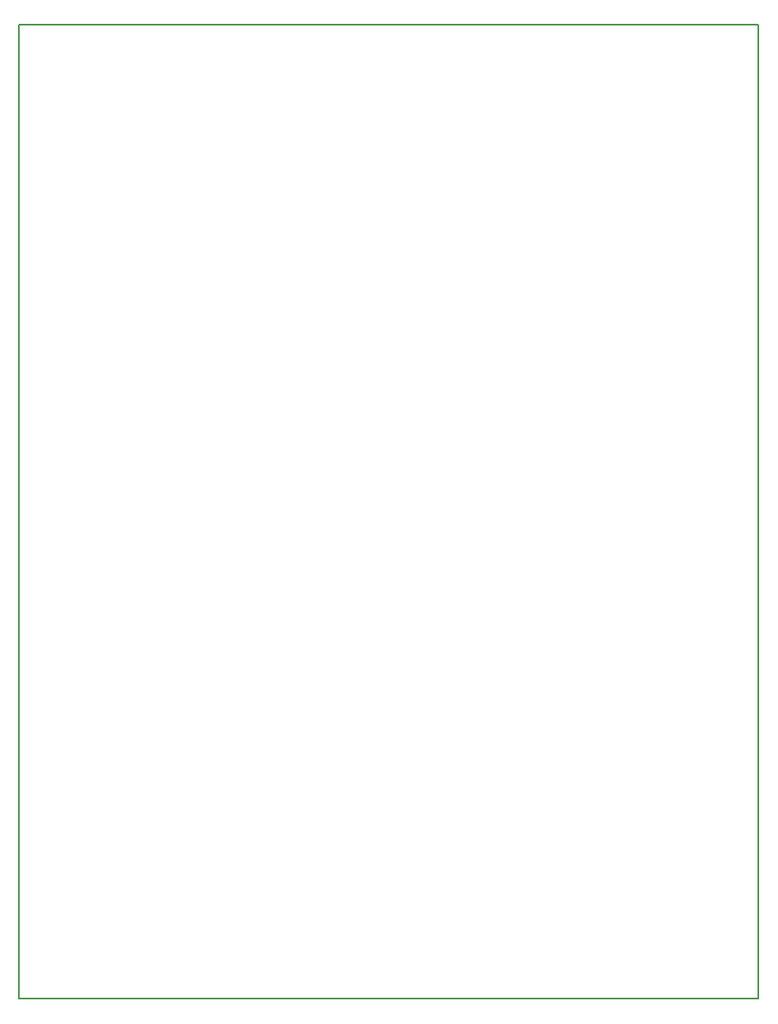
<source format=gm1>
G04 #@! TF.FileFunction,Profile,NP*
%FSLAX46Y46*%
G04 Gerber Fmt 4.6, Leading zero omitted, Abs format (unit mm)*
G04 Created by KiCad (PCBNEW 4.0.7) date Monday 30 April 2018 23:43:25*
%MOMM*%
%LPD*%
G01*
G04 APERTURE LIST*
%ADD10C,0.100000*%
%ADD11C,0.150000*%
G04 APERTURE END LIST*
D10*
D11*
X212090000Y-127000000D02*
X135890000Y-127000000D01*
X212090000Y-26670000D02*
X212090000Y-127000000D01*
X135890000Y-26670000D02*
X212090000Y-26670000D01*
X135890000Y-127000000D02*
X135890000Y-26670000D01*
M02*

</source>
